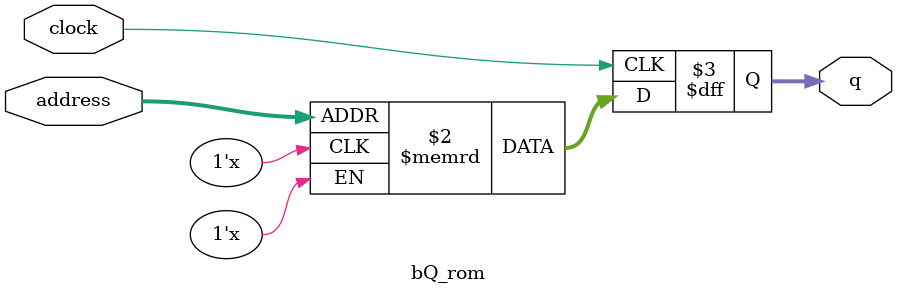
<source format=sv>
module bQ_rom (
	input logic clock,
	input logic [11:0] address,
	output logic [3:0] q
);

logic [3:0] memory [0:3599] /* synthesis ram_init_file = "./bQ/bQ.COE" */;

always_ff @ (posedge clock) begin
	q <= memory[address];
end

endmodule

</source>
